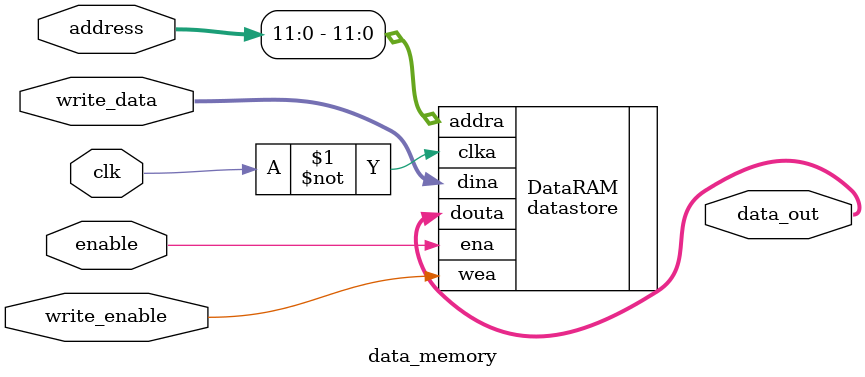
<source format=v>
`timescale 1ns / 1ps


module data_memory(
    input [31:0] address,
    input clk,
    input enable,
    input write_enable,
    input [31:0] write_data,
    output [31:0] data_out
    );
	
	datastore DataRAM (.clka(~clk), .ena(enable), .wea(write_enable), .addra(address[11:0]), .dina(write_data), .douta(data_out));

endmodule

</source>
